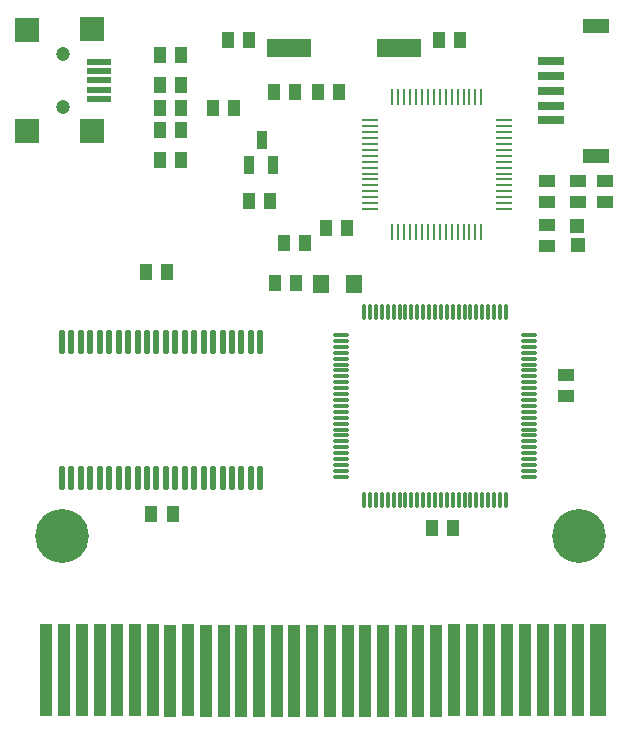
<source format=gbr>
%TF.GenerationSoftware,KiCad,Pcbnew,(6.0.2)*%
%TF.CreationDate,2022-09-24T00:31:47-05:00*%
%TF.ProjectId,REF1790,52454631-3739-4302-9e6b-696361645f70,rev?*%
%TF.SameCoordinates,Original*%
%TF.FileFunction,Soldermask,Top*%
%TF.FilePolarity,Negative*%
%FSLAX46Y46*%
G04 Gerber Fmt 4.6, Leading zero omitted, Abs format (unit mm)*
G04 Created by KiCad (PCBNEW (6.0.2)) date 2022-09-24 00:31:47*
%MOMM*%
%LPD*%
G01*
G04 APERTURE LIST*
G04 Aperture macros list*
%AMRoundRect*
0 Rectangle with rounded corners*
0 $1 Rounding radius*
0 $2 $3 $4 $5 $6 $7 $8 $9 X,Y pos of 4 corners*
0 Add a 4 corners polygon primitive as box body*
4,1,4,$2,$3,$4,$5,$6,$7,$8,$9,$2,$3,0*
0 Add four circle primitives for the rounded corners*
1,1,$1+$1,$2,$3*
1,1,$1+$1,$4,$5*
1,1,$1+$1,$6,$7*
1,1,$1+$1,$8,$9*
0 Add four rect primitives between the rounded corners*
20,1,$1+$1,$2,$3,$4,$5,0*
20,1,$1+$1,$4,$5,$6,$7,0*
20,1,$1+$1,$6,$7,$8,$9,0*
20,1,$1+$1,$8,$9,$2,$3,0*%
G04 Aperture macros list end*
%ADD10R,1.300000X1.310000*%
%ADD11R,1.350000X1.630000*%
%ADD12R,1.070000X1.350000*%
%ADD13RoundRect,0.125000X-0.125000X-0.875000X0.125000X-0.875000X0.125000X0.875000X-0.125000X0.875000X0*%
%ADD14R,2.200000X0.750000*%
%ADD15R,2.300000X1.310000*%
%ADD16R,2.000000X0.500000*%
%ADD17R,2.000000X2.000000*%
%ADD18C,1.200000*%
%ADD19C,4.560000*%
%ADD20R,1.030000X7.780000*%
%ADD21R,1.430000X7.780000*%
%ADD22R,1.350000X1.070000*%
%ADD23R,3.810000X1.580000*%
%ADD24R,0.870000X1.550000*%
%ADD25R,1.473200X0.279400*%
%ADD26R,0.279400X1.473200*%
%ADD27O,1.400000X0.300000*%
%ADD28O,0.300000X1.400000*%
G04 APERTURE END LIST*
D10*
%TO.C,JP1*%
X175425000Y-84571000D03*
X175423000Y-83028000D03*
%TD*%
D11*
%TO.C,D1*%
X156499000Y-87900000D03*
X153719000Y-87899000D03*
%TD*%
D12*
%TO.C,R3*%
X140110000Y-74846000D03*
X141894000Y-74844000D03*
%TD*%
%TO.C,C5*%
X149791000Y-87865000D03*
X151575000Y-87863000D03*
%TD*%
%TO.C,R4*%
X149687000Y-71670000D03*
X151471000Y-71668000D03*
%TD*%
%TO.C,R5*%
X153482000Y-71671000D03*
X155266000Y-71669000D03*
%TD*%
D13*
%TO.C,U1*%
X131773000Y-104353000D03*
X132573000Y-104353000D03*
X133373000Y-104353000D03*
X134173000Y-104353000D03*
X134973000Y-104353000D03*
X135773000Y-104353000D03*
X136573000Y-104353000D03*
X137373000Y-104353000D03*
X138173000Y-104353000D03*
X138973000Y-104353000D03*
X139773000Y-104353000D03*
X140573000Y-104353000D03*
X141373000Y-104353000D03*
X142173000Y-104353000D03*
X142973000Y-104353000D03*
X143773000Y-104353000D03*
X144573000Y-104353000D03*
X145373000Y-104353000D03*
X146173000Y-104353000D03*
X146973000Y-104353000D03*
X147773000Y-104353000D03*
X148573000Y-104353000D03*
X148573000Y-92853000D03*
X147773000Y-92853000D03*
X146973000Y-92853000D03*
X146173000Y-92853000D03*
X145373000Y-92853000D03*
X144573000Y-92853000D03*
X143773000Y-92853000D03*
X142973000Y-92853000D03*
X142173000Y-92853000D03*
X141373000Y-92853000D03*
X140573000Y-92853000D03*
X139773000Y-92853000D03*
X138973000Y-92853000D03*
X138173000Y-92853000D03*
X137373000Y-92853000D03*
X136573000Y-92853000D03*
X135773000Y-92853000D03*
X134973000Y-92853000D03*
X134173000Y-92853000D03*
X133373000Y-92853000D03*
X132573000Y-92853000D03*
X131773000Y-92853000D03*
%TD*%
D14*
%TO.C,J1*%
X173198000Y-74050000D03*
X173199000Y-72825000D03*
X173197000Y-71554000D03*
X173199000Y-70286000D03*
X173197000Y-69051000D03*
D15*
X176967000Y-77066000D03*
X176966000Y-66036000D03*
%TD*%
D16*
%TO.C,USB1*%
X134951000Y-69109000D03*
X134947000Y-69902000D03*
X134947000Y-70656000D03*
X134951000Y-71447000D03*
X134951000Y-72208000D03*
D17*
X128796000Y-74983000D03*
X134314000Y-74945000D03*
X134316000Y-66333000D03*
X128798000Y-66370000D03*
D18*
X131855000Y-72883000D03*
X131855000Y-68476000D03*
%TD*%
D12*
%TO.C,C4*%
X138914000Y-86874000D03*
X140698000Y-86872000D03*
%TD*%
D19*
%TO.C,Hole1*%
X175545000Y-109211000D03*
%TD*%
D12*
%TO.C,C6*%
X139354000Y-107351000D03*
X141138000Y-107349000D03*
%TD*%
D20*
%TO.C,J2*%
X130452000Y-120624000D03*
X131959000Y-120624000D03*
X133454000Y-120624000D03*
X134961000Y-120624000D03*
X136452000Y-120624000D03*
X137959000Y-120624000D03*
X139454000Y-120624000D03*
X140961000Y-120634000D03*
X142455000Y-120629000D03*
X143954000Y-120633000D03*
X145473000Y-120633000D03*
X146956000Y-120633000D03*
X148463000Y-120633000D03*
X149956000Y-120632000D03*
X151463000Y-120632000D03*
X152970000Y-120632000D03*
X154453000Y-120632000D03*
X155955000Y-120632000D03*
X157461000Y-120632000D03*
X158956000Y-120632000D03*
X160463000Y-120632000D03*
X161958000Y-120632000D03*
X163462000Y-120637000D03*
X164957000Y-120625000D03*
X166452000Y-120625000D03*
X167959000Y-120625000D03*
X169459000Y-120624000D03*
X170954000Y-120624000D03*
X172473000Y-120624000D03*
X173962000Y-120631000D03*
X175457000Y-120631000D03*
D21*
X177155000Y-120631000D03*
%TD*%
D22*
%TO.C,R11*%
X177755000Y-80975000D03*
X177753000Y-79191000D03*
%TD*%
D12*
%TO.C,C10*%
X163682000Y-67225000D03*
X165466000Y-67223000D03*
%TD*%
%TO.C,R8*%
X154115000Y-83181000D03*
X155899000Y-83179000D03*
%TD*%
D23*
%TO.C,Y1*%
X150982000Y-67902000D03*
X160351000Y-67902000D03*
%TD*%
D12*
%TO.C,R2*%
X140106000Y-72977000D03*
X141890000Y-72975000D03*
%TD*%
D22*
%TO.C,C8*%
X174457000Y-97375000D03*
X174455000Y-95591000D03*
%TD*%
D12*
%TO.C,C1*%
X140108000Y-68499000D03*
X141892000Y-68497000D03*
%TD*%
D19*
%TO.C,Hole*%
X131795000Y-109211000D03*
%TD*%
D24*
%TO.C,Q1*%
X147605000Y-77822000D03*
X149667000Y-77819000D03*
X148676000Y-75756000D03*
%TD*%
D12*
%TO.C,C7*%
X163090000Y-108581000D03*
X164874000Y-108579000D03*
%TD*%
D22*
%TO.C,R9*%
X172867000Y-84667000D03*
X172865000Y-82883000D03*
%TD*%
D12*
%TO.C,R7*%
X150548000Y-84410000D03*
X152332000Y-84408000D03*
%TD*%
%TO.C,R6*%
X147614000Y-80883000D03*
X149398000Y-80881000D03*
%TD*%
D22*
%TO.C,R10*%
X172868000Y-80981000D03*
X172866000Y-79197000D03*
%TD*%
D12*
%TO.C,R12*%
X140107000Y-77426000D03*
X141891000Y-77424000D03*
%TD*%
%TO.C,C2*%
X145862000Y-67225000D03*
X147646000Y-67223000D03*
%TD*%
%TO.C,C3*%
X144572000Y-72976000D03*
X146356000Y-72974000D03*
%TD*%
D25*
%TO.C,U3*%
X157822400Y-74039800D03*
X157822400Y-74547800D03*
X157822400Y-75055800D03*
X157822400Y-75538400D03*
X157822400Y-76046400D03*
X157822400Y-76554400D03*
X157822400Y-77037000D03*
X157822400Y-77545000D03*
X157822400Y-78053000D03*
X157822400Y-78561000D03*
X157822400Y-79043600D03*
X157822400Y-79551600D03*
X157822400Y-80059600D03*
X157822400Y-80542200D03*
X157822400Y-81050200D03*
X157822400Y-81558200D03*
D26*
X159752800Y-83488600D03*
X160260800Y-83488600D03*
X160768800Y-83488600D03*
X161251400Y-83488600D03*
X161759400Y-83488600D03*
X162267400Y-83488600D03*
X162750000Y-83488600D03*
X163258000Y-83488600D03*
X163766000Y-83488600D03*
X164274000Y-83488600D03*
X164756600Y-83488600D03*
X165264600Y-83488600D03*
X165772600Y-83488600D03*
X166255200Y-83488600D03*
X166763200Y-83488600D03*
X167271200Y-83488600D03*
D25*
X169201600Y-81558200D03*
X169201600Y-81050200D03*
X169201600Y-80542200D03*
X169201600Y-80059600D03*
X169201600Y-79551600D03*
X169201600Y-79043600D03*
X169201600Y-78561000D03*
X169201600Y-78053000D03*
X169201600Y-77545000D03*
X169201600Y-77037000D03*
X169201600Y-76554400D03*
X169201600Y-76046400D03*
X169201600Y-75538400D03*
X169201600Y-75055800D03*
X169201600Y-74547800D03*
X169201600Y-74039800D03*
D26*
X167271200Y-72109400D03*
X166763200Y-72109400D03*
X166255200Y-72109400D03*
X165772600Y-72109400D03*
X165264600Y-72109400D03*
X164756600Y-72109400D03*
X164274000Y-72109400D03*
X163766000Y-72109400D03*
X163258000Y-72109400D03*
X162750000Y-72109400D03*
X162267400Y-72109400D03*
X161759400Y-72109400D03*
X161251400Y-72109400D03*
X160768800Y-72109400D03*
X160260800Y-72109400D03*
X159752800Y-72109400D03*
%TD*%
D27*
%TO.C,U2*%
X155410000Y-92227000D03*
X155410000Y-92727000D03*
X155410000Y-93227000D03*
X155410000Y-93727000D03*
X155410000Y-94227000D03*
X155410000Y-94727000D03*
X155410000Y-95227000D03*
X155410000Y-95727000D03*
X155410000Y-96227000D03*
X155410000Y-96727000D03*
X155410000Y-97227000D03*
X155410000Y-97727000D03*
X155410000Y-98227000D03*
X155410000Y-98727000D03*
X155410000Y-99227000D03*
X155410000Y-99727000D03*
X155410000Y-100227000D03*
X155410000Y-100727000D03*
X155410000Y-101227000D03*
X155410000Y-101727000D03*
X155410000Y-102227000D03*
X155410000Y-102727000D03*
X155410000Y-103227000D03*
X155410000Y-103727000D03*
X155410000Y-104227000D03*
D28*
X157360000Y-106177000D03*
X157860000Y-106177000D03*
X158360000Y-106177000D03*
X158860000Y-106177000D03*
X159360000Y-106177000D03*
X159860000Y-106177000D03*
X160360000Y-106177000D03*
X160860000Y-106177000D03*
X161360000Y-106177000D03*
X161860000Y-106177000D03*
X162360000Y-106177000D03*
X162860000Y-106177000D03*
X163360000Y-106177000D03*
X163860000Y-106177000D03*
X164360000Y-106177000D03*
X164860000Y-106177000D03*
X165360000Y-106177000D03*
X165860000Y-106177000D03*
X166360000Y-106177000D03*
X166860000Y-106177000D03*
X167360000Y-106177000D03*
X167860000Y-106177000D03*
X168360000Y-106177000D03*
X168860000Y-106177000D03*
X169360000Y-106177000D03*
D27*
X171310000Y-104227000D03*
X171310000Y-103727000D03*
X171310000Y-103227000D03*
X171310000Y-102727000D03*
X171310000Y-102227000D03*
X171310000Y-101727000D03*
X171310000Y-101227000D03*
X171310000Y-100727000D03*
X171310000Y-100227000D03*
X171310000Y-99727000D03*
X171310000Y-99227000D03*
X171310000Y-98727000D03*
X171310000Y-98227000D03*
X171310000Y-97727000D03*
X171310000Y-97227000D03*
X171310000Y-96727000D03*
X171310000Y-96227000D03*
X171310000Y-95727000D03*
X171310000Y-95227000D03*
X171310000Y-94727000D03*
X171310000Y-94227000D03*
X171310000Y-93727000D03*
X171310000Y-93227000D03*
X171310000Y-92727000D03*
X171310000Y-92227000D03*
D28*
X169360000Y-90277000D03*
X168860000Y-90277000D03*
X168360000Y-90277000D03*
X167860000Y-90277000D03*
X167360000Y-90277000D03*
X166860000Y-90277000D03*
X166360000Y-90277000D03*
X165860000Y-90277000D03*
X165360000Y-90277000D03*
X164860000Y-90277000D03*
X164360000Y-90277000D03*
X163860000Y-90277000D03*
X163360000Y-90277000D03*
X162860000Y-90277000D03*
X162360000Y-90277000D03*
X161860000Y-90277000D03*
X161360000Y-90277000D03*
X160860000Y-90277000D03*
X160360000Y-90277000D03*
X159860000Y-90277000D03*
X159360000Y-90277000D03*
X158860000Y-90277000D03*
X158360000Y-90277000D03*
X157860000Y-90277000D03*
X157360000Y-90277000D03*
%TD*%
D12*
%TO.C,R1*%
X140105000Y-71078000D03*
X141889000Y-71076000D03*
%TD*%
D22*
%TO.C,C9*%
X175450000Y-80975000D03*
X175448000Y-79191000D03*
%TD*%
M02*

</source>
